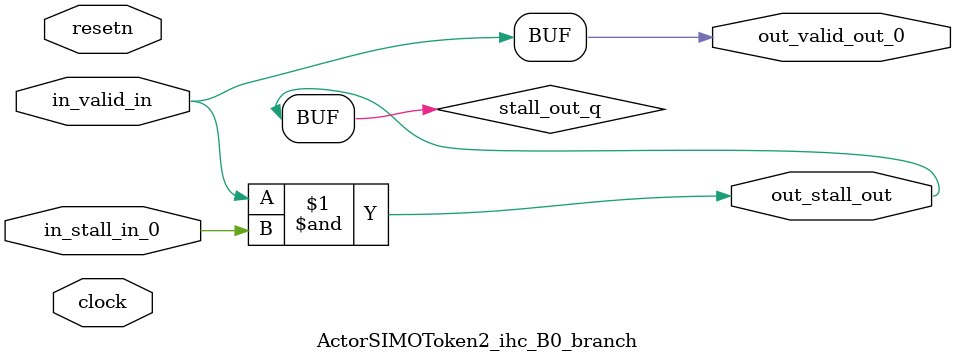
<source format=sv>



(* altera_attribute = "-name AUTO_SHIFT_REGISTER_RECOGNITION OFF; -name MESSAGE_DISABLE 10036; -name MESSAGE_DISABLE 10037; -name MESSAGE_DISABLE 14130; -name MESSAGE_DISABLE 14320; -name MESSAGE_DISABLE 15400; -name MESSAGE_DISABLE 14130; -name MESSAGE_DISABLE 10036; -name MESSAGE_DISABLE 12020; -name MESSAGE_DISABLE 12030; -name MESSAGE_DISABLE 12010; -name MESSAGE_DISABLE 12110; -name MESSAGE_DISABLE 14320; -name MESSAGE_DISABLE 13410; -name MESSAGE_DISABLE 113007; -name MESSAGE_DISABLE 10958" *)
module ActorSIMOToken2_ihc_B0_branch (
    input wire [0:0] in_stall_in_0,
    input wire [0:0] in_valid_in,
    output wire [0:0] out_stall_out,
    output wire [0:0] out_valid_out_0,
    input wire clock,
    input wire resetn
    );

    wire [0:0] stall_out_q;


    // stall_out(LOGICAL,6)
    assign stall_out_q = in_valid_in & in_stall_in_0;

    // out_stall_out(GPOUT,4)
    assign out_stall_out = stall_out_q;

    // out_valid_out_0(GPOUT,5)
    assign out_valid_out_0 = in_valid_in;

endmodule

</source>
